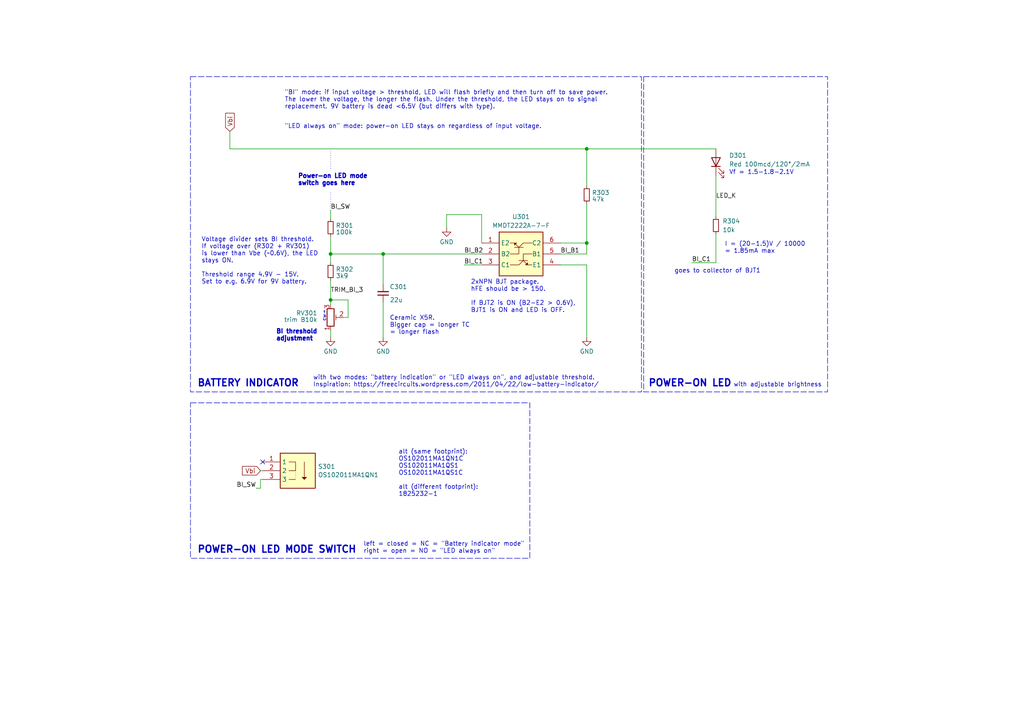
<source format=kicad_sch>
(kicad_sch (version 20231120) (generator "eeschema") (generator_version "8.0")
  (paper "A4")
  (title_block (title "Battery & Power Indicator") (date "2024-02-08") (rev "3.0") (company "Arx"))
  (lib_symbols
    (symbol "Device:C_Small" (pin_numbers hide) (pin_names (offset 0.254) hide)
      (property "Reference" "C" (at 0.254 1.778 0))
      (property "Value" "C_Small" (at 0.254 -2.032 0))
      (symbol "C_Small_0_1"
        (polyline (pts (xy -1.524 -0.508) (xy 1.524 -0.508)) (stroke (width 0.3302)))
        (polyline (pts (xy -1.524 0.508) (xy 1.524 0.508)) (stroke (width 0.3048)))
      )
      (symbol "C_Small_1_1"
        (pin passive line (at 0 2.54 270) (length 2.032) (name "~") (number "1"))
        (pin passive line (at 0 -2.54 90) (length 2.032) (name "~") (number "2"))
      )
    )
    (symbol "Device:LED" (pin_numbers hide) (pin_names (offset 1.016) hide)
      (property "Reference" "D" (at 0 2.54 0))
      (property "Value" "LED" (at 0 -2.54 0))
      (symbol "LED_0_1"
        (polyline (pts (xy -1.27 -1.27) (xy -1.27 1.27)) (stroke (width 0.254)))
        (polyline (pts (xy -1.27 0) (xy 1.27 0)))
        (polyline (pts (xy 1.27 -1.27) (xy 1.27 1.27) (xy -1.27 0) (xy 1.27 -1.27)) (stroke (width 0.254)))
        (polyline (pts (xy -3.048 -0.762) (xy -4.572 -2.286) (xy -3.81 -2.286) (xy -4.572 -2.286) (xy -4.572 -1.524)))
        (polyline (pts (xy -1.778 -0.762) (xy -3.302 -2.286) (xy -2.54 -2.286) (xy -3.302 -2.286) (xy -3.302 -1.524)))
      )
      (symbol "LED_1_1"
        (pin passive line (at -3.81 0 0) (length 2.54) (name "K") (number "1"))
        (pin passive line (at 3.81 0 180) (length 2.54) (name "A") (number "2"))
      )
    )
    (symbol "Device:R_Potentiometer_Trim" (pin_names (offset 1.016) hide)
      (property "Reference" "RV" (at -4.445 0 90))
      (property "Value" "R_Potentiometer_Trim" (at -2.54 0 90))
      (symbol "R_Potentiometer_Trim_0_1"
        (polyline (pts (xy 1.524 0.762) (xy 1.524 -0.762)))
        (polyline (pts (xy 2.54 0) (xy 1.524 0)))
        (rectangle (start 1.016 2.54) (end -1.016 -2.54) (stroke (width 0.254)))
      )
      (symbol "R_Potentiometer_Trim_1_1"
        (pin passive line (at 0 3.81 270) (length 1.27) (name "1") (number "1"))
        (pin passive line (at 3.81 0 180) (length 1.27) (name "2") (number "2"))
        (pin passive line (at 0 -3.81 90) (length 1.27) (name "3") (number "3"))
      )
    )
    (symbol "Device:R_Small" (pin_numbers hide) (pin_names (offset 0.254) hide)
      (property "Reference" "R" (at 0.762 0.508 0))
      (property "Value" "R_Small" (at 0.762 -1.016 0))
      (symbol "R_Small_0_1"
        (rectangle (start -0.762 1.778) (end 0.762 -1.778) (stroke (width 0.2032)))
      )
      (symbol "R_Small_1_1"
        (pin passive line (at 0 2.54 270) (length 0.762) (name "~") (number "1"))
        (pin passive line (at 0 -2.54 90) (length 0.762) (name "~") (number "2"))
      )
    )
    (symbol "MMDT2222A-7-F:MMDT2222A-7-F"
      (property "Reference" "U" (at 8.255 7.62 0))
      (property "Value" "MMDT2222A-7-F" (at 8.255 5.715 0))
      (symbol "MMDT2222A-7-F_0_1"
        (polyline (pts (xy -1.27 -0.635) (xy 1.27 -0.635)))
        (polyline (pts (xy 0 -4.445) (xy 2.54 -4.445)))
        (polyline (pts (xy -2.54 -2.54) (xy 0 -2.54) (xy 0 -0.635)))
        (polyline (pts (xy 3.81 -2.54) (xy 1.27 -2.54) (xy 1.27 -4.445)))
        (polyline (pts (xy -2.54 0.635) (xy -1.27 0.635) (xy -0.635 0) (xy 0 -0.635) (xy 1.27 0.635) (xy 3.81 0.635)))
        (polyline (pts (xy 3.81 -5.715) (xy 2.54 -5.715) (xy 1.905 -5.08) (xy 1.27 -4.445) (xy 0 -5.715) (xy -2.54 -5.715)))
      )
      (symbol "MMDT2222A-7-F_1_1"
        (rectangle (start -5.715 3.81) (end 6.985 -8.89) (stroke (width 0.254)) (fill (type background)))
        (polyline (pts (xy -1.27 0.635) (xy -1.27 0) (xy -1.27 0.635) (xy -0.635 0.635) (xy -1.27 0)) (fill (type outline)))
        (polyline (pts (xy 2.54 -5.715) (xy 2.54 -5.08) (xy 2.54 -5.715) (xy 1.905 -5.715) (xy 2.54 -5.08)) (fill (type outline)))
        (pin passive line (at -10.795 0.635 0) (length 5.08) (name "E2") (number "1"))
        (pin passive line (at -10.795 -2.54 0) (length 5.08) (name "B2") (number "2"))
        (pin passive line (at -10.795 -5.715 0) (length 5.08) (name "C1") (number "3"))
        (pin passive line (at 12.065 -5.715 180) (length 5.08) (name "E1") (number "4"))
        (pin passive line (at 12.065 -2.54 180) (length 5.08) (name "B1") (number "5"))
        (pin passive line (at 12.065 0.635 180) (length 5.08) (name "C2") (number "6"))
      )
    )
    (symbol "OS102011MA1QN1:OS102011MA1QN1"
      (property "Reference" "S" (at 8.89 20.32 0))
      (property "Value" "OS102011MA1QN1" (at 8.89 17.78 0))
      (symbol "OS102011MA1QN1_0_1"
        (polyline (pts (xy 5.08 7.62) (xy 5.08 9.525)))
        (polyline (pts (xy 0 7.62) (xy 0 9.525) (xy 2.54 9.525) (xy 2.54 7.62)))
      )
      (symbol "OS102011MA1QN1_1_1"
        (rectangle (start -2.54 15.24) (end 7.62 5.08) (stroke (width 0.254)) (fill (type background)))
        (polyline (pts (xy 2.54 9.525) (xy 5.08 9.525)) (stroke (width 0) (type dot)))
        (polyline (pts (xy 5.08 12.065) (xy 0 12.065)))
        (polyline (pts (xy 5.08 12.065) (xy 4.445 12.7) (xy 4.445 11.43) (xy 5.08 12.065)) (fill (type outline)))
        (pin passive line (at 0 0 90) (length 5.08) (name "1") (number "1"))
        (pin passive line (at 2.54 0 90) (length 5.08) (name "2") (number "2"))
        (pin passive line (at 5.08 0 90) (length 5.08) (name "3") (number "3"))
      )
    )
    (symbol "PCM_4ms_Power-symbol:GND" (power) (pin_names (offset 0))
      (property "Value" "GND" (at 0 -3.81 0))
      (symbol "GND_0_1"
        (polyline (pts (xy 0 0) (xy 0 -1.27) (xy 1.27 -1.27) (xy 0 -2.54) (xy -1.27 -1.27) (xy 0 -1.27)))
      )
      (symbol "GND_1_1"
        (pin power_in line (at 0 0 270) (length 0) hide (name "GND") (number "1"))
      )
    )
  )
  (junction (at 170.18 70.485))
  (junction (at 170.18 43.18))
  (junction (at 95.885 86.995))
  (junction (at 111.125 73.66))
  (junction (at 95.885 73.66))
  (no_connect (at 76.2 133.985))
  (wire (pts (xy 134.62 76.835) (xy 139.7 76.835)))
  (wire (pts (xy 95.885 95.885) (xy 95.885 97.79)))
  (wire (pts (xy 95.885 73.66) (xy 95.885 76.2)))
  (wire (pts (xy 75.565 139.065) (xy 75.565 141.605)))
  (wire (pts (xy 162.56 73.66) (xy 170.18 73.66)))
  (wire (pts (xy 95.885 68.58) (xy 95.885 73.66)))
  (wire (pts (xy 139.7 73.66) (xy 111.125 73.66)))
  (wire (pts (xy 95.885 86.995) (xy 95.885 88.265)))
  (wire (pts (xy 100.965 86.995) (xy 100.965 92.075)))
  (wire (pts (xy 200.66 76.2) (xy 207.645 76.2)))
  (wire (pts (xy 139.7 62.23) (xy 129.54 62.23)))
  (wire (pts (xy 170.18 97.79) (xy 170.18 76.835)))
  (wire (pts (xy 99.695 92.075) (xy 100.965 92.075)))
  (polyline (pts (xy 95.885 60.96) (xy 95.885 55.245)) (stroke (width 0) (type dot)))
  (wire (pts (xy 95.885 60.96) (xy 95.885 63.5)))
  (wire (pts (xy 75.565 136.525) (xy 76.2 136.525)))
  (wire (pts (xy 207.645 50.8) (xy 207.645 62.865)))
  (wire (pts (xy 170.18 43.18) (xy 207.645 43.18)))
  (wire (pts (xy 207.645 67.945) (xy 207.645 76.2)))
  (wire (pts (xy 170.18 59.055) (xy 170.18 70.485)))
  (wire (pts (xy 95.885 86.995) (xy 100.965 86.995)))
  (wire (pts (xy 129.54 62.23) (xy 129.54 66.04)))
  (wire (pts (xy 95.885 73.66) (xy 111.125 73.66)))
  (wire (pts (xy 95.885 81.28) (xy 95.885 86.995)))
  (wire (pts (xy 111.125 87.63) (xy 111.125 97.79)))
  (wire (pts (xy 162.56 70.485) (xy 170.18 70.485)))
  (polyline (pts (xy 95.885 48.895) (xy 95.885 43.18)) (stroke (width 0) (type dot)))
  (wire (pts (xy 111.125 73.66) (xy 111.125 82.55)))
  (wire (pts (xy 66.675 43.18) (xy 170.18 43.18)))
  (wire (pts (xy 170.18 70.485) (xy 170.18 73.66)))
  (wire (pts (xy 66.675 38.1) (xy 66.675 43.18)))
  (wire (pts (xy 170.18 43.18) (xy 170.18 53.975)))
  (wire (pts (xy 74.295 141.605) (xy 75.565 141.605)))
  (wire (pts (xy 162.56 76.835) (xy 170.18 76.835)))
  (wire (pts (xy 139.7 62.23) (xy 139.7 70.485)))
  (wire (pts (xy 76.2 139.065) (xy 75.565 139.065)))
  (rectangle (start 55.245 22.225) (end 186.055 113.665) (stroke (width 0) (type dash)))
  (rectangle (start 186.69 22.225) (end 240.03 113.665) (stroke (width 0) (type dash)))
  (rectangle (start 55.245 116.84) (end 153.67 161.925) (stroke (width 0) (type dash)))
  (text "POWER-ON LED MODE SWITCH" (at 57.15 160.655 0) (effects (font (size 2 2) (thickness 0.4) (bold yes)) (justify left bottom)))
  (text "I = (20-1.5)V / 10000\n= 1.85mA max" (at 210.185 73.66 0) (effects (font (size 1.27 1.27)) (justify left bottom)))
  (text "2xNPN BJT package.\nhFE should be > 150.\n\nIf BJT2 is ON (B2-E2 > 0.6V),\nBJT1 is ON and LED is OFF." (at 136.525 90.805 0) (effects (font (size 1.27 1.27)) (justify left bottom)))
  (text "cw→" (at 94.615 93.345 90) (effects (font (size 1 1)) (justify left bottom)))
  (text "BI threshold\nadjustment" (at 80.01 99.06 0) (effects (font (size 1.27 1.27) (thickness 0.308) (bold yes)) (justify left bottom)))
  (text "with adjustable brightness\n" (at 212.725 112.395 0) (effects (font (size 1.27 1.27)) (justify left bottom)))
  (text "Voltage divider sets BI threshold.\nIf voltage over (R302 + RV301)\nis lower than Vbe (~0.6V), the LED\nstays ON.\n\nThreshold range 4.9V - 15V.\nSet to e.g. 6.9V for 9V battery." (at 58.42 82.55 0) (effects (font (size 1.27 1.27)) (justify left bottom)))
  (text "with two modes: \"battery indication\" or \"LED always on\", and adjustable threshold.\nInspiration: https://freecircuits.wordpress.com/2011/04/22/low-battery-indicator/" (at 90.805 112.395 0) (effects (font (size 1.27 1.27)) (justify left bottom)))
  (text "POWER-ON LED" (at 187.96 112.395 0) (effects (font (size 2 2) (thickness 0.4) (bold yes)) (justify left bottom)))
  (text "alt (same footprint):\nOS102011MA1QN1C\nOS102011MA1QS1\nOS102011MA1QS1C\n\nalt (different footprint):\n1825232-1" (at 115.57 144.145 0) (effects (font (size 1.27 1.27)) (justify left bottom)))
  (text "Power-on LED mode \nswitch goes here" (at 86.36 53.975 0) (effects (font (size 1.27 1.27) (thickness 0.308) (bold yes)) (justify left bottom)))
  (text "\"BI\" mode: if input voltage > threshold, LED will flash briefly and then turn off to save power.\nThe lower the voltage, the longer the flash. Under the threshold, the LED stays on to signal\nreplacement. 9V battery is dead <6.5V (but differs with type)." (at 82.55 31.75 0) (effects (font (size 1.27 1.27)) (justify left bottom)))
  (text "left = closed = NC = \"Battery indicator mode\"\nright = open = NO = \"LED always on\"\n" (at 105.41 160.655 0) (effects (font (size 1.27 1.27)) (justify left bottom)))
  (text "Vf = 1.5-1.8-2.1V" (at 211.455 50.8 0) (effects (font (size 1.27 1.27)) (justify left bottom)))
  (text "BATTERY INDICATOR" (at 57.15 112.395 0) (effects (font (size 2 2) (thickness 0.4) (bold yes)) (justify left bottom)))
  (text "\"LED always on\" mode: power-on LED stays on regardless of input voltage." (at 82.55 37.465 0) (effects (font (size 1.27 1.27)) (justify left bottom)))
  (text "goes to collector of BJT1" (at 195.58 79.375 0) (effects (font (size 1.27 1.27)) (justify left bottom)))
  (text "Ceramic X5R.\nBigger cap = longer TC\n= longer flash" (at 113.03 97.155 0) (effects (font (size 1.27 1.27)) (justify left bottom)))
  (label "TRIM_BI_3" (at 95.885 85.09 0))
  (label "BI_B2" (at 134.62 73.66 0))
  (label "BI_C1" (at 134.62 76.835 0))
  (label "BI_C1" (at 200.66 76.2 0))
  (label "BI_SW" (at 74.295 141.605 180))
  (label "BI_B1" (at 162.56 73.66 0))
  (label "LED_K" (at 207.645 57.785 0))
  (label "BI_SW" (at 95.885 60.96 0))
  (global_label "Vbi" (shape input) (at 75.565 136.525 180) (property "Intersheetrefs" "${INTERSHEET_REFS}" (effects (hide yes))))
  (global_label "Vbi" (shape input) (at 66.675 38.1 90) (property "Intersheetrefs" "${INTERSHEET_REFS}" (effects (hide yes))))
  (symbol (lib_id "Device:LED") (at 207.645 46.99 90) (unit 1)
    (property "Reference" "D301" (at 211.455 45.085 90) (effects (justify right)))
    (property "Value" "Red 100mcd/120°/2mA" (at 211.455 47.625 90) (effects (justify right)))
    (property "Footprint" "library:APT1608LSECK_J3-PRV" (effects (hide yes)))
    (property "Datasheet" "https://cz.mouser.com/datasheet/2/216/APT1608LSECK_J3_PRV-535661.pdf" (effects (hide yes)))
    (property "Purpose" "power-on LED" (effects (hide yes)))
    (property "Mfr" "Kingbright" (effects (hide yes)))
    (property "Mfr Part #" "APT1608LSECK/J3-PRV" (effects (hide yes)))
    (property "Mouser Part #" "604-APT1608LSECKJ3RV" (effects (hide yes)))
    (property "LCSC Part #" "C5357909" (effects (hide yes)))
  )
  (symbol (lib_id "PCM_4ms_Power-symbol:GND") (at 111.125 97.79 0) (unit 1)
    (property "Reference" "#PWR09" (effects (hide yes)))
    (property "Value" "GND" (at 111.125 101.9255 0))
  )
  (symbol (lib_id "Device:R_Small") (at 207.645 65.405 0) (unit 1)
    (property "Reference" "R304" (at 209.55 64.135 0) (effects (justify left)))
    (property "Value" "10k" (at 209.55 66.675 0) (effects (justify left)))
    (property "Footprint" "library:RT0603BRD0710KL" (effects (hide yes)))
    (property "Datasheet" "https://cz.mouser.com/datasheet/2/447/PYu_RT_1_to_0_01_RoHS_L_12-3003070.pdf" (effects (hide yes)))
    (property "LCSC Part #" "C95204" (effects (hide yes)))
    (property "Mouser Part #" "603-RT0603BRD0710KL" (effects (hide yes)))
    (property "Mfr Part #" "RT0603BRD0710KL" (effects (hide yes)))
    (property "Mfr" "Yageo" (effects (hide yes)))
    (property "Purpose" "CLR for power-on LED" (effects (hide yes)))
  )
  (symbol (lib_id "PCM_4ms_Power-symbol:GND") (at 95.885 97.79 0) (unit 1)
    (property "Reference" "#PWR05" (effects (hide yes)))
    (property "Value" "GND" (at 95.885 101.9255 0))
  )
  (symbol (lib_id "Device:C_Small") (at 111.125 85.09 180) (unit 1)
    (property "Reference" "C301" (at 115.57 83.185 0))
    (property "Value" "22u" (at 114.935 86.995 0))
    (property "Footprint" "library:GRM21BR61E226ME44L" (effects (hide yes)))
    (property "Datasheet" "https://cz.mouser.com/datasheet/2/281/1/GRM21BR61E226ME44_01A-1986898.pdf" (effects (hide yes)))
    (property "Purpose" "Battery Indicator flash duration" (effects (hide yes)))
    (property "LCSC Part #" "C86816" (effects (hide yes)))
    (property "Mouser Part #" "81-GRM21BR61E226ME4L" (effects (hide yes)))
    (property "Mfr Part #" "GRM21BR61E226ME44L" (effects (hide yes)))
    (property "Mfr" "Murata" (effects (hide yes)))
  )
  (symbol (lib_id "PCM_4ms_Power-symbol:GND") (at 129.54 66.04 0) (unit 1)
    (property "Reference" "#PWR012" (effects (hide yes)))
    (property "Value" "GND" (at 129.54 70.1755 0))
  )
  (symbol (lib_id "Device:R_Small") (at 95.885 66.04 0) (unit 1)
    (property "Reference" "R301" (at 97.3836 65.3963 0) (effects (justify left)))
    (property "Value" "100k" (at 97.3836 67.3173 0) (effects (justify left)))
    (property "Footprint" "library:RT0603BRD07100KL" (effects (hide yes)))
    (property "Datasheet" "https://cz.mouser.com/datasheet/2/447/PYu_RT_1_to_0_01_RoHS_L_12-3003070.pdf" (effects (hide yes)))
    (property "Purpose" "BI - threshold voltage divider" (effects (hide yes)))
    (property "LCSC Part #" "C122538" (effects (hide yes)))
    (property "Mfr" "Yageo" (effects (hide yes)))
    (property "Mfr Part #" "RT0603BRD07100KL" (effects (hide yes)))
    (property "Mouser Part #" "603-RT0603BRD07100KL" (effects (hide yes)))
  )
  (symbol (lib_id "PCM_4ms_Power-symbol:GND") (at 170.18 97.79 0) (unit 1)
    (property "Reference" "#PWR013" (effects (hide yes)))
    (property "Value" "GND" (at 170.18 101.9255 0))
  )
  (symbol (lib_id "Device:R_Potentiometer_Trim") (at 95.885 92.075 0) (mirror x) (unit 1)
    (property "Reference" "RV301" (at 92.075 90.805 0) (effects (justify right)))
    (property "Value" "trim B10k" (at 92.075 92.71 0) (effects (justify right)))
    (property "Footprint" "library:ST-4ETB103" (effects (hide yes)))
    (property "Datasheet" "https://cz.mouser.com/datasheet/2/972/st_4-1827515.pdf" (effects (hide yes)))
    (property "Purpose" "BI mode threshold trim" (effects (hide yes)))
    (property "Mfr" "Nidec" (effects (hide yes)))
    (property "Mfr Part #" "ST-4ETB103" (effects (hide yes)))
    (property "Mouser Part #" "229-ST-4ETB103" (effects (hide yes)))
    (property "LCSC Part #" "C2922095" (effects (hide yes)))
  )
  (symbol (lib_id "Device:R_Small") (at 95.885 78.74 0) (unit 1)
    (property "Reference" "R302" (at 97.3836 78.0963 0) (effects (justify left)))
    (property "Value" "3k9" (at 97.3836 80.0173 0) (effects (justify left)))
    (property "Footprint" "library:ERA-3AEB392V" (effects (hide yes)))
    (property "Datasheet" "https://cz.mouser.com/datasheet/2/315/AOA0000C307-1149632.pdf" (effects (hide yes)))
    (property "Purpose" "CLR for battery indicator threshold trimpot" (effects (hide yes)))
    (property "Mfr" "Panasonic" (effects (hide yes)))
    (property "Mfr Part #" "ERA-3AEB392V" (effects (hide yes)))
    (property "Mouser Part #" "667-ERA-3AEB392V" (effects (hide yes)))
    (property "LCSC Part #" "C473237" (effects (hide yes)))
  )
  (symbol (lib_id "Device:R_Small") (at 170.18 56.515 0) (unit 1)
    (property "Reference" "R303" (at 171.6786 55.8713 0) (effects (justify left)))
    (property "Value" "47k" (at 171.6786 57.7923 0) (effects (justify left)))
    (property "Footprint" "library:RT0603BRD0747KL" (effects (hide yes)))
    (property "Datasheet" "https://cz.mouser.com/datasheet/2/447/PYu_RT_1_to_0_01_RoHS_L_12-3003070.pdf" (effects (hide yes)))
    (property "Purpose" "BI - CLR for base and collector of transistors" (effects (hide yes)))
    (property "LCSC Part #" "C326725" (effects (hide yes)))
    (property "Mfr" "Yageo" (effects (hide yes)))
    (property "Mfr Part #" "RT0603BRD0747KL" (effects (hide yes)))
    (property "Mouser Part #" "603-RT0603BRD0747KL" (effects (hide yes)))
  )
  (symbol (lib_id "OS102011MA1QN1:OS102011MA1QN1") (at 76.2 133.985 270) (unit 1)
    (property "Reference" "S301" (at 92.202 135.3129 90) (effects (justify left)))
    (property "Value" "OS102011MA1QN1" (at 92.202 137.7371 90) (effects (justify left)))
    (property "Footprint" "library:OS102011MA1QN1" (effects (hide yes)))
    (property "Datasheet" "https://www.ckswitches.com/media/1428/os.pdf" (effects (hide yes)))
    (property "Purpose" "changes the mode of power-on LED. Left = BI, right = LED always on" (effects (hide yes)))
    (property "Mfr" "C&K" (effects (hide yes)))
    (property "Mfr Part #" "OS102011MA1QN1" (effects (hide yes)))
    (property "Mouser Part #" "611-OS102011MA1QN1" (effects (hide yes)))
    (property "LCSC Part #" "-" (effects (hide yes)))
    (property "TME Part #" "OS102011MA1QN1" (effects (hide yes)))
  )
  (symbol (lib_id "MMDT2222A-7-F:MMDT2222A-7-F") (at 150.495 71.12 0) (unit 1)
    (property "Reference" "U301" (at 151.13 62.865 0))
    (property "Value" "MMDT2222A-7-F" (at 151.13 65.405 0))
    (property "Footprint" "library:MMDT2222A-7-F" (effects (hide yes)))
    (property "Datasheet" "http://componentsearchengine.com/Datasheets/1/MMDT2222A-7-F.pdf" (effects (hide yes)))
    (property "Height" "1.1" (effects (hide yes)))
    (property "Mfr" "Diodes Inc" (effects (hide yes)))
    (property "Mfr Part #" "MMDT2222A-7-F" (effects (hide yes)))
    (property "Purpose" "2x BJT for battery indicator" (effects (hide yes)))
    (property "Mouser Part #" "621-MMDT2222A-F" (effects (hide yes)))
    (property "LCSC Part #" "C96379" (effects (hide yes)))
  )
)
</source>
